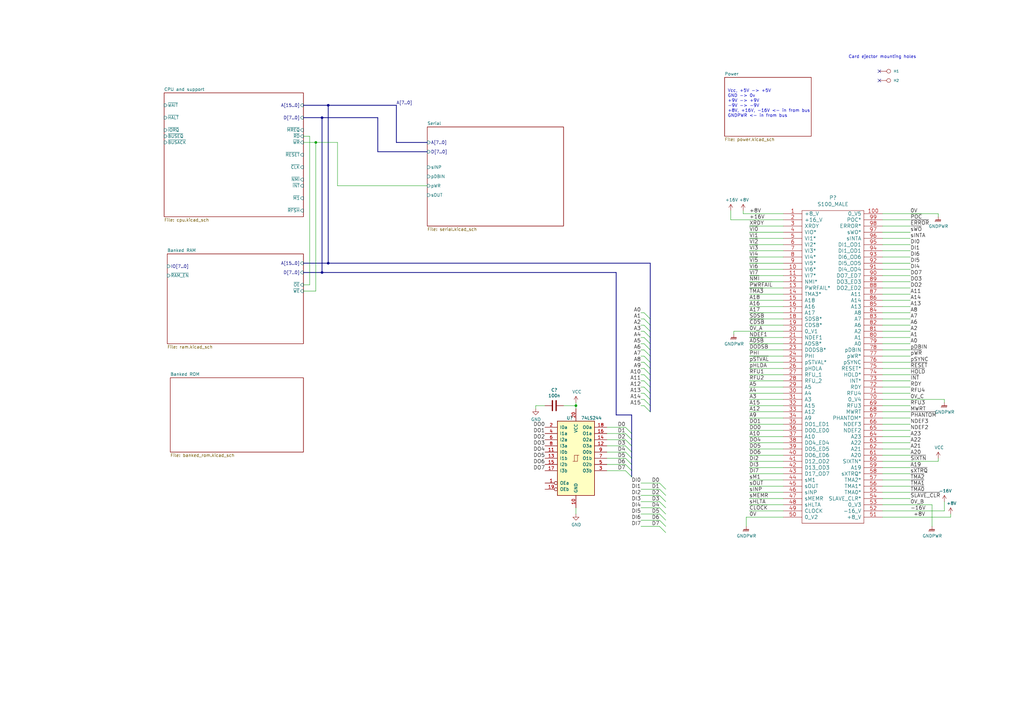
<source format=kicad_sch>
(kicad_sch (version 20211123) (generator eeschema)
  (paper "A3")
  (title_block (title "zara80 CPU board") (date "2022-01-04") (rev "1") (company "notcows"))
  (lib_symbols
    (symbol "74xx:74LS244" (pin_names (offset 1.016))
      (property "Reference" "U" (at -7.62 16.51 0))
      (property "Value" "74LS244" (at -7.62 -16.51 0))
      (symbol "74LS244_1_0"
        (polyline (pts (xy -0.635 -1.27) (xy -0.635 1.27) (xy 0.635 1.27)))
        (polyline (pts (xy -1.27 -1.27) (xy 0.635 -1.27) (xy 0.635 1.27) (xy 1.27 1.27)))
        (pin input inverted (at -12.7 -10.16 0) (length 5.08) (name "OEa") (number "1"))
        (pin power_in line (at 0 -20.32 90) (length 5.08) (name "GND") (number "10"))
        (pin input line (at -12.7 2.54 0) (length 5.08) (name "I0b") (number "11"))
        (pin tri_state line (at 12.7 5.08 180) (length 5.08) (name "O3a") (number "12"))
        (pin input line (at -12.7 0 0) (length 5.08) (name "I1b") (number "13"))
        (pin tri_state line (at 12.7 7.62 180) (length 5.08) (name "O2a") (number "14"))
        (pin input line (at -12.7 -2.54 0) (length 5.08) (name "I2b") (number "15"))
        (pin tri_state line (at 12.7 10.16 180) (length 5.08) (name "O1a") (number "16"))
        (pin input line (at -12.7 -5.08 0) (length 5.08) (name "I3b") (number "17"))
        (pin tri_state line (at 12.7 12.7 180) (length 5.08) (name "O0a") (number "18"))
        (pin input inverted (at -12.7 -12.7 0) (length 5.08) (name "OEb") (number "19"))
        (pin input line (at -12.7 12.7 0) (length 5.08) (name "I0a") (number "2"))
        (pin power_in line (at 0 20.32 270) (length 5.08) (name "VCC") (number "20"))
        (pin tri_state line (at 12.7 -5.08 180) (length 5.08) (name "O3b") (number "3"))
        (pin input line (at -12.7 10.16 0) (length 5.08) (name "I1a") (number "4"))
        (pin tri_state line (at 12.7 -2.54 180) (length 5.08) (name "O2b") (number "5"))
        (pin input line (at -12.7 7.62 0) (length 5.08) (name "I2a") (number "6"))
        (pin tri_state line (at 12.7 0 180) (length 5.08) (name "O1b") (number "7"))
        (pin input line (at -12.7 5.08 0) (length 5.08) (name "I3a") (number "8"))
        (pin tri_state line (at 12.7 2.54 180) (length 5.08) (name "O0b") (number "9"))
      )
      (symbol "74LS244_1_1"
        (rectangle (start -7.62 15.24) (end 7.62 -15.24) (stroke (width 0.254)) (fill (type background)))
      )
    )
    (symbol "Device:C" (pin_numbers hide) (pin_names (offset 0.254))
      (property "Reference" "C" (at 0.635 2.54 0))
      (property "Value" "C" (at 0.635 -2.54 0))
      (symbol "C_0_1"
        (polyline (pts (xy -2.032 -0.762) (xy 2.032 -0.762)) (stroke (width 0.508)))
        (polyline (pts (xy -2.032 0.762) (xy 2.032 0.762)) (stroke (width 0.508)))
      )
      (symbol "C_1_1"
        (pin passive line (at 0 3.81 270) (length 2.794) (name "~") (number "1"))
        (pin passive line (at 0 -3.81 90) (length 2.794) (name "~") (number "2"))
      )
    )
    (symbol "power:+8V" (power) (pin_names (offset 0))
      (property "Value" "+8V" (at 0 3.556 0))
      (symbol "+8V_0_1"
        (polyline (pts (xy -0.762 1.27) (xy 0 2.54)))
        (polyline (pts (xy 0 0) (xy 0 2.54)))
        (polyline (pts (xy 0 2.54) (xy 0.762 1.27)))
      )
      (symbol "+8V_1_1"
        (pin power_in line (at 0 0 90) (length 0) hide (name "+8V") (number "1"))
      )
    )
    (symbol "power:GND" (power) (pin_names (offset 0))
      (property "Value" "GND" (at 0 -3.81 0))
      (symbol "GND_0_1"
        (polyline (pts (xy 0 0) (xy 0 -1.27) (xy 1.27 -1.27) (xy 0 -2.54) (xy -1.27 -1.27) (xy 0 -1.27)))
      )
      (symbol "GND_1_1"
        (pin power_in line (at 0 0 270) (length 0) hide (name "GND") (number "1"))
      )
    )
    (symbol "power:GNDPWR" (power) (pin_names (offset 0))
      (property "Value" "GNDPWR" (at 0 -3.302 0))
      (symbol "GNDPWR_0_1"
        (polyline (pts (xy 0 -1.27) (xy 0 0)))
        (polyline (pts (xy -1.016 -1.27) (xy -1.27 -2.032) (xy -1.27 -2.032)) (stroke (width 0.2032)))
        (polyline (pts (xy -0.508 -1.27) (xy -0.762 -2.032) (xy -0.762 -2.032)) (stroke (width 0.2032)))
        (polyline (pts (xy 0 -1.27) (xy -0.254 -2.032) (xy -0.254 -2.032)) (stroke (width 0.2032)))
        (polyline (pts (xy 0.508 -1.27) (xy 0.254 -2.032) (xy 0.254 -2.032)) (stroke (width 0.2032)))
        (polyline (pts (xy 1.016 -1.27) (xy -1.016 -1.27) (xy -1.016 -1.27)) (stroke (width 0.2032)))
        (polyline (pts (xy 1.016 -1.27) (xy 0.762 -2.032) (xy 0.762 -2.032) (xy 0.762 -2.032)) (stroke (width 0.2032)))
      )
      (symbol "GNDPWR_1_1"
        (pin power_in line (at 0 0 270) (length 0) hide (name "GNDPWR") (number "1"))
      )
    )
    (symbol "power:VCC" (power) (pin_names (offset 0))
      (property "Value" "VCC" (at 0 3.81 0))
      (symbol "VCC_0_1"
        (polyline (pts (xy -0.762 1.27) (xy 0 2.54)))
        (polyline (pts (xy 0 0) (xy 0 2.54)))
        (polyline (pts (xy 0 2.54) (xy 0.762 1.27)))
      )
      (symbol "VCC_1_1"
        (pin power_in line (at 0 0 90) (length 0) hide (name "VCC") (number "1"))
      )
    )
    (symbol "zara80-cpu-rescue:+16V-vw" (power) (pin_names (offset 0))
      (property "Value" "+16V-vw" (at 0 3.556 0))
      (symbol "+16V-vw_0_1"
        (polyline (pts (xy -0.762 1.27) (xy 0 2.54)))
        (polyline (pts (xy 0 0) (xy 0 2.54)))
        (polyline (pts (xy 0 2.54) (xy 0.762 1.27)))
      )
      (symbol "+16V-vw_1_1"
        (pin power_in line (at 0 0 90) (length 0) hide (name "+16V") (number "1"))
      )
    )
    (symbol "zara80-cpu-rescue:-16V-vw" (power) (pin_names (offset 0))
      (property "Value" "-16V-vw" (at 0 3.556 0))
      (symbol "-16V-vw_0_1"
        (polyline (pts (xy -0.762 1.27) (xy 0 2.54)))
        (polyline (pts (xy 0 0) (xy 0 2.54)))
        (polyline (pts (xy 0 2.54) (xy 0.762 1.27)))
      )
      (symbol "-16V-vw_1_1"
        (pin power_in line (at 0 0 90) (length 0) hide (name "-16V") (number "1"))
      )
    )
    (symbol "zara80-cpu-rescue:CONN_1" (pin_numbers hide) (pin_names (offset 0.762) hide)
      (property "Reference" "P" (at 2.032 0 0))
      (symbol "CONN_1_0_1"
        (polyline (pts (xy -0.762 0) (xy -1.27 0)))
        (circle (center 0 0) (radius 0.7874))
      )
      (symbol "CONN_1_1_1"
        (pin passive line (at -3.81 0 0) (length 2.54) (name "1") (number "1"))
      )
    )
    (symbol "zara80-cpu-rescue:S100_MALE-vw" (pin_names (offset 1.016))
      (property "Reference" "P" (at -1.27 64.77 0))
      (property "Value" "S100_MALE-vw" (at 0 -67.31 0))
      (symbol "S100_MALE-vw_0_1"
        (rectangle (start -13.97 63.5) (end 11.43 -64.77))
      )
      (symbol "S100_MALE-vw_1_1"
        (pin power_in line (at -21.59 62.23 0) (length 7.62) (name "+8_V") (number "1"))
        (pin bidirectional line (at -21.59 39.37 0) (length 7.62) (name "VI6*") (number "10"))
        (pin power_in line (at 19.05 62.23 180) (length 7.62) (name "0_V5") (number "100"))
        (pin bidirectional line (at -21.59 36.83 0) (length 7.62) (name "VI7*") (number "11"))
        (pin bidirectional line (at -21.59 34.29 0) (length 7.62) (name "NMI*") (number "12"))
        (pin bidirectional line (at -21.59 31.75 0) (length 7.62) (name "PWRFAIL*") (number "13"))
        (pin bidirectional line (at -21.59 29.21 0) (length 7.62) (name "TMA3*") (number "14"))
        (pin bidirectional line (at -21.59 26.67 0) (length 7.62) (name "A18") (number "15"))
        (pin bidirectional line (at -21.59 24.13 0) (length 7.62) (name "A16") (number "16"))
        (pin bidirectional line (at -21.59 21.59 0) (length 7.62) (name "A17") (number "17"))
        (pin bidirectional line (at -21.59 19.05 0) (length 7.62) (name "SDSB*") (number "18"))
        (pin bidirectional line (at -21.59 16.51 0) (length 7.62) (name "CDSB*") (number "19"))
        (pin power_in line (at -21.59 59.69 0) (length 7.62) (name "+16_V") (number "2"))
        (pin bidirectional line (at -21.59 13.97 0) (length 7.62) (name "0_V1") (number "20"))
        (pin bidirectional line (at -21.59 11.43 0) (length 7.62) (name "NDEF1") (number "21"))
        (pin bidirectional line (at -21.59 8.89 0) (length 7.62) (name "ADSB*") (number "22"))
        (pin bidirectional line (at -21.59 6.35 0) (length 7.62) (name "DODSB*") (number "23"))
        (pin bidirectional line (at -21.59 3.81 0) (length 7.62) (name "PHI") (number "24"))
        (pin bidirectional line (at -21.59 1.27 0) (length 7.62) (name "pSTVAL*") (number "25"))
        (pin bidirectional line (at -21.59 -1.27 0) (length 7.62) (name "pHDLA") (number "26"))
        (pin bidirectional line (at -21.59 -3.81 0) (length 7.62) (name "RFU_1") (number "27"))
        (pin bidirectional line (at -21.59 -6.35 0) (length 7.62) (name "RFU_2") (number "28"))
        (pin bidirectional line (at -21.59 -8.89 0) (length 7.62) (name "A5") (number "29"))
        (pin bidirectional line (at -21.59 57.15 0) (length 7.62) (name "XRDY") (number "3"))
        (pin bidirectional line (at -21.59 -11.43 0) (length 7.62) (name "A4") (number "30"))
        (pin bidirectional line (at -21.59 -13.97 0) (length 7.62) (name "A3") (number "31"))
        (pin bidirectional line (at -21.59 -16.51 0) (length 7.62) (name "A15") (number "32"))
        (pin bidirectional line (at -21.59 -19.05 0) (length 7.62) (name "A12") (number "33"))
        (pin bidirectional line (at -21.59 -21.59 0) (length 7.62) (name "A9") (number "34"))
        (pin bidirectional line (at -21.59 -24.13 0) (length 7.62) (name "DO1_ED1") (number "35"))
        (pin bidirectional line (at -21.59 -26.67 0) (length 7.62) (name "DO0_ED0") (number "36"))
        (pin bidirectional line (at -21.59 -29.21 0) (length 7.62) (name "A10") (number "37"))
        (pin bidirectional line (at -21.59 -31.75 0) (length 7.62) (name "DO4_ED4") (number "38"))
        (pin bidirectional line (at -21.59 -34.29 0) (length 7.62) (name "DO5_ED5") (number "39"))
        (pin bidirectional line (at -21.59 54.61 0) (length 7.62) (name "VIO*") (number "4"))
        (pin bidirectional line (at -21.59 -36.83 0) (length 7.62) (name "DO6_ED6") (number "40"))
        (pin bidirectional line (at -21.59 -39.37 0) (length 7.62) (name "D12_OD2") (number "41"))
        (pin bidirectional line (at -21.59 -41.91 0) (length 7.62) (name "D13_OD3") (number "42"))
        (pin bidirectional line (at -21.59 -44.45 0) (length 7.62) (name "D17_OD7") (number "43"))
        (pin bidirectional line (at -21.59 -46.99 0) (length 7.62) (name "sM1") (number "44"))
        (pin bidirectional line (at -21.59 -49.53 0) (length 7.62) (name "sOUT") (number "45"))
        (pin bidirectional line (at -21.59 -52.07 0) (length 7.62) (name "sINP") (number "46"))
        (pin bidirectional line (at -21.59 -54.61 0) (length 7.62) (name "sMEMR") (number "47"))
        (pin bidirectional line (at -21.59 -57.15 0) (length 7.62) (name "sHLTA") (number "48"))
        (pin bidirectional line (at -21.59 -59.69 0) (length 7.62) (name "CLOCK") (number "49"))
        (pin bidirectional line (at -21.59 52.07 0) (length 7.62) (name "VI1*") (number "5"))
        (pin power_in line (at -21.59 -62.23 0) (length 7.62) (name "0_V2") (number "50"))
        (pin power_in line (at 19.05 -62.23 180) (length 7.62) (name "+8_V") (number "51"))
        (pin power_in line (at 19.05 -59.69 180) (length 7.62) (name "-16_V") (number "52"))
        (pin bidirectional line (at 19.05 -57.15 180) (length 7.62) (name "0_V3") (number "53"))
        (pin bidirectional line (at 19.05 -54.61 180) (length 7.62) (name "SLAVE_CLR*") (number "54"))
        (pin bidirectional line (at 19.05 -52.07 180) (length 7.62) (name "TMA0*") (number "55"))
        (pin bidirectional line (at 19.05 -49.53 180) (length 7.62) (name "TMA1*") (number "56"))
        (pin bidirectional line (at 19.05 -46.99 180) (length 7.62) (name "TMA2*") (number "57"))
        (pin bidirectional line (at 19.05 -44.45 180) (length 7.62) (name "sXTRQ*") (number "58"))
        (pin bidirectional line (at 19.05 -41.91 180) (length 7.62) (name "A19") (number "59"))
        (pin bidirectional line (at -21.59 49.53 0) (length 7.62) (name "VI2*") (number "6"))
        (pin bidirectional line (at 19.05 -39.37 180) (length 7.62) (name "SIXTN*") (number "60"))
        (pin bidirectional line (at 19.05 -36.83 180) (length 7.62) (name "A20") (number "61"))
        (pin bidirectional line (at 19.05 -34.29 180) (length 7.62) (name "A21") (number "62"))
        (pin bidirectional line (at 19.05 -31.75 180) (length 7.62) (name "A22") (number "63"))
        (pin bidirectional line (at 19.05 -29.21 180) (length 7.62) (name "A23") (number "64"))
        (pin bidirectional line (at 19.05 -26.67 180) (length 7.62) (name "NDEF2") (number "65"))
        (pin bidirectional line (at 19.05 -24.13 180) (length 7.62) (name "NDEF3") (number "66"))
        (pin bidirectional line (at 19.05 -21.59 180) (length 7.62) (name "PHANTOM*") (number "67"))
        (pin bidirectional line (at 19.05 -19.05 180) (length 7.62) (name "MWRT") (number "68"))
        (pin bidirectional line (at 19.05 -16.51 180) (length 7.62) (name "RFU3") (number "69"))
        (pin bidirectional line (at -21.59 46.99 0) (length 7.62) (name "VI3*") (number "7"))
        (pin bidirectional line (at 19.05 -13.97 180) (length 7.62) (name "0_V4") (number "70"))
        (pin bidirectional line (at 19.05 -11.43 180) (length 7.62) (name "RFU4") (number "71"))
        (pin bidirectional line (at 19.05 -8.89 180) (length 7.62) (name "RDY") (number "72"))
        (pin bidirectional line (at 19.05 -6.35 180) (length 7.62) (name "INT*") (number "73"))
        (pin bidirectional line (at 19.05 -3.81 180) (length 7.62) (name "HOLD*") (number "74"))
        (pin bidirectional line (at 19.05 -1.27 180) (length 7.62) (name "RESET*") (number "75"))
        (pin bidirectional line (at 19.05 1.27 180) (length 7.62) (name "pSYNC") (number "76"))
        (pin bidirectional line (at 19.05 3.81 180) (length 7.62) (name "pWR*") (number "77"))
        (pin bidirectional line (at 19.05 6.35 180) (length 7.62) (name "pDBIN") (number "78"))
        (pin bidirectional line (at 19.05 8.89 180) (length 7.62) (name "A0") (number "79"))
        (pin bidirectional line (at -21.59 44.45 0) (length 7.62) (name "VI4*") (number "8"))
        (pin bidirectional line (at 19.05 11.43 180) (length 7.62) (name "A1") (number "80"))
        (pin bidirectional line (at 19.05 13.97 180) (length 7.62) (name "A2") (number "81"))
        (pin bidirectional line (at 19.05 16.51 180) (length 7.62) (name "A6") (number "82"))
        (pin bidirectional line (at 19.05 19.05 180) (length 7.62) (name "A7") (number "83"))
        (pin bidirectional line (at 19.05 21.59 180) (length 7.62) (name "A8") (number "84"))
        (pin bidirectional line (at 19.05 24.13 180) (length 7.62) (name "A13") (number "85"))
        (pin bidirectional line (at 19.05 26.67 180) (length 7.62) (name "A14") (number "86"))
        (pin bidirectional line (at 19.05 29.21 180) (length 7.62) (name "A11") (number "87"))
        (pin bidirectional line (at 19.05 31.75 180) (length 7.62) (name "DO2_ED2") (number "88"))
        (pin bidirectional line (at 19.05 34.29 180) (length 7.62) (name "DO3_ED3") (number "89"))
        (pin bidirectional line (at -21.59 41.91 0) (length 7.62) (name "VI5*") (number "9"))
        (pin bidirectional line (at 19.05 36.83 180) (length 7.62) (name "DO7_ED7") (number "90"))
        (pin bidirectional line (at 19.05 39.37 180) (length 7.62) (name "DI4_OD4") (number "91"))
        (pin bidirectional line (at 19.05 41.91 180) (length 7.62) (name "DI5_OD5") (number "92"))
        (pin bidirectional line (at 19.05 44.45 180) (length 7.62) (name "DI6_OD6") (number "93"))
        (pin bidirectional line (at 19.05 46.99 180) (length 7.62) (name "DI1_OD1") (number "94"))
        (pin bidirectional line (at 19.05 49.53 180) (length 7.62) (name "DI1_OD1") (number "95"))
        (pin bidirectional line (at 19.05 52.07 180) (length 7.62) (name "sINTA") (number "96"))
        (pin bidirectional line (at 19.05 54.61 180) (length 7.62) (name "sWO*") (number "97"))
        (pin bidirectional line (at 19.05 57.15 180) (length 7.62) (name "ERROR*") (number "98"))
        (pin bidirectional line (at 19.05 59.69 180) (length 7.62) (name "POC*") (number "99"))
      )
    )
  )
  (junction (at 129.54 58.42))
  (junction (at 134.62 107.95))
  (junction (at 132.08 48.26))
  (junction (at 236.22 166.37))
  (junction (at 134.62 43.18))
  (junction (at 132.08 111.76))
  (no_connect (at 360.68 29.21))
  (no_connect (at 360.68 33.02))
  (bus_entry (at 270.51 215.9) (size 2.54 2.54))
  (bus_entry (at 270.51 198.12) (size 2.54 2.54))
  (bus_entry (at 256.54 193.04) (size 2.54 2.54))
  (bus_entry (at 256.54 187.96) (size 2.54 2.54))
  (bus_entry (at 270.51 200.66) (size 2.54 2.54))
  (bus_entry (at 264.16 161.29) (size 2.54 2.54))
  (bus_entry (at 264.16 138.43) (size 2.54 2.54))
  (bus_entry (at 256.54 190.5) (size 2.54 2.54))
  (bus_entry (at 264.16 163.83) (size 2.54 2.54))
  (bus_entry (at 264.16 135.89) (size 2.54 2.54))
  (bus_entry (at 264.16 148.59) (size 2.54 2.54))
  (bus_entry (at 264.16 133.35) (size 2.54 2.54))
  (bus_entry (at 256.54 180.34) (size 2.54 2.54))
  (bus_entry (at 270.51 205.74) (size 2.54 2.54))
  (bus_entry (at 264.16 146.05) (size 2.54 2.54))
  (bus_entry (at 256.54 182.88) (size 2.54 2.54))
  (bus_entry (at 264.16 128.27) (size 2.54 2.54))
  (bus_entry (at 264.16 156.21) (size 2.54 2.54))
  (bus_entry (at 264.16 151.13) (size 2.54 2.54))
  (bus_entry (at 264.16 130.81) (size 2.54 2.54))
  (bus_entry (at 264.16 140.97) (size 2.54 2.54))
  (bus_entry (at 270.51 210.82) (size 2.54 2.54))
  (bus_entry (at 264.16 158.75) (size 2.54 2.54))
  (bus_entry (at 256.54 185.42) (size 2.54 2.54))
  (bus_entry (at 264.16 153.67) (size 2.54 2.54))
  (bus_entry (at 256.54 177.8) (size 2.54 2.54))
  (bus_entry (at 270.51 208.28) (size 2.54 2.54))
  (bus_entry (at 256.54 175.26) (size 2.54 2.54))
  (bus_entry (at 264.16 166.37) (size 2.54 2.54))
  (bus_entry (at 270.51 213.36) (size 2.54 2.54))
  (bus_entry (at 264.16 143.51) (size 2.54 2.54))
  (bus_entry (at 270.51 203.2) (size 2.54 2.54))
  (wire (pts (xy 248.92 185.42) (xy 256.54 185.42)))
  (bus (pts (xy 266.7 140.97) (xy 266.7 143.51)))
  (wire (pts (xy 373.38 191.77) (xy 361.95 191.77)))
  (wire (pts (xy 373.38 173.99) (xy 361.95 173.99)))
  (wire (pts (xy 262.89 210.82) (xy 270.51 210.82)))
  (wire (pts (xy 262.89 203.2) (xy 270.51 203.2)))
  (wire (pts (xy 373.38 156.21) (xy 361.95 156.21)))
  (wire (pts (xy 262.89 135.89) (xy 264.16 135.89)))
  (wire (pts (xy 307.34 140.97) (xy 321.31 140.97)))
  (wire (pts (xy 262.89 133.35) (xy 264.16 133.35)))
  (wire (pts (xy 262.89 208.28) (xy 270.51 208.28)))
  (wire (pts (xy 373.38 143.51) (xy 361.95 143.51)))
  (wire (pts (xy 248.92 190.5) (xy 256.54 190.5)))
  (wire (pts (xy 373.38 133.35) (xy 361.95 133.35)))
  (wire (pts (xy 262.89 146.05) (xy 264.16 146.05)))
  (wire (pts (xy 373.38 125.73) (xy 361.95 125.73)))
  (wire (pts (xy 262.89 161.29) (xy 264.16 161.29)))
  (wire (pts (xy 304.8 87.63) (xy 321.31 87.63)))
  (bus (pts (xy 266.7 148.59) (xy 266.7 151.13)))
  (wire (pts (xy 248.92 175.26) (xy 256.54 175.26)))
  (bus (pts (xy 266.7 146.05) (xy 266.7 148.59)))
  (wire (pts (xy 307.34 179.07) (xy 321.31 179.07)))
  (wire (pts (xy 307.34 120.65) (xy 321.31 120.65)))
  (wire (pts (xy 307.34 97.79) (xy 321.31 97.79)))
  (wire (pts (xy 307.34 146.05) (xy 321.31 146.05)))
  (bus (pts (xy 266.7 107.95) (xy 134.62 107.95)))
  (bus (pts (xy 134.62 43.18) (xy 124.46 43.18)))
  (wire (pts (xy 124.46 58.42) (xy 129.54 58.42)))
  (wire (pts (xy 262.89 140.97) (xy 264.16 140.97)))
  (bus (pts (xy 259.08 193.04) (xy 259.08 195.58)))
  (bus (pts (xy 266.7 161.29) (xy 266.7 163.83)))
  (wire (pts (xy 387.35 165.1) (xy 387.35 163.83)))
  (wire (pts (xy 306.07 215.9) (xy 306.07 212.09)))
  (bus (pts (xy 266.7 135.89) (xy 266.7 138.43)))
  (bus (pts (xy 266.7 130.81) (xy 266.7 133.35)))
  (bus (pts (xy 259.08 180.34) (xy 259.08 182.88)))
  (bus (pts (xy 252.73 111.76) (xy 132.08 111.76)))
  (wire (pts (xy 373.38 138.43) (xy 361.95 138.43)))
  (wire (pts (xy 373.38 148.59) (xy 361.95 148.59)))
  (bus (pts (xy 266.7 158.75) (xy 266.7 161.29)))
  (wire (pts (xy 307.34 133.35) (xy 321.31 133.35)))
  (wire (pts (xy 262.89 213.36) (xy 270.51 213.36)))
  (wire (pts (xy 307.34 95.25) (xy 321.31 95.25)))
  (wire (pts (xy 373.38 102.87) (xy 361.95 102.87)))
  (wire (pts (xy 262.89 148.59) (xy 264.16 148.59)))
  (wire (pts (xy 373.38 92.71) (xy 361.95 92.71)))
  (wire (pts (xy 307.34 176.53) (xy 321.31 176.53)))
  (wire (pts (xy 373.38 194.31) (xy 361.95 194.31)))
  (wire (pts (xy 307.34 138.43) (xy 321.31 138.43)))
  (wire (pts (xy 307.34 143.51) (xy 321.31 143.51)))
  (wire (pts (xy 382.27 207.01) (xy 361.95 207.01)))
  (wire (pts (xy 248.92 177.8) (xy 256.54 177.8)))
  (wire (pts (xy 389.89 212.09) (xy 361.95 212.09)))
  (wire (pts (xy 307.34 102.87) (xy 321.31 102.87)))
  (wire (pts (xy 373.38 135.89) (xy 361.95 135.89)))
  (wire (pts (xy 307.34 105.41) (xy 321.31 105.41)))
  (wire (pts (xy 373.38 90.17) (xy 361.95 90.17)))
  (wire (pts (xy 382.27 207.01) (xy 382.27 215.9)))
  (wire (pts (xy 262.89 205.74) (xy 270.51 205.74)))
  (wire (pts (xy 307.34 204.47) (xy 321.31 204.47)))
  (wire (pts (xy 307.34 194.31) (xy 321.31 194.31)))
  (wire (pts (xy 373.38 166.37) (xy 361.95 166.37)))
  (wire (pts (xy 264.16 128.27) (xy 262.89 128.27)))
  (wire (pts (xy 248.92 180.34) (xy 256.54 180.34)))
  (wire (pts (xy 262.89 215.9) (xy 270.51 215.9)))
  (wire (pts (xy 373.38 179.07) (xy 361.95 179.07)))
  (bus (pts (xy 154.94 62.23) (xy 175.26 62.23)))
  (wire (pts (xy 127 55.88) (xy 127 116.84)))
  (wire (pts (xy 262.89 200.66) (xy 270.51 200.66)))
  (wire (pts (xy 262.89 156.21) (xy 264.16 156.21)))
  (bus (pts (xy 266.7 156.21) (xy 266.7 158.75)))
  (wire (pts (xy 307.34 151.13) (xy 321.31 151.13)))
  (wire (pts (xy 262.89 153.67) (xy 264.16 153.67)))
  (wire (pts (xy 307.34 115.57) (xy 321.31 115.57)))
  (wire (pts (xy 373.38 130.81) (xy 361.95 130.81)))
  (wire (pts (xy 307.34 113.03) (xy 321.31 113.03)))
  (wire (pts (xy 262.89 143.51) (xy 264.16 143.51)))
  (bus (pts (xy 162.56 43.18) (xy 162.56 58.42)))
  (bus (pts (xy 134.62 107.95) (xy 134.62 43.18)))
  (wire (pts (xy 231.14 166.37) (xy 236.22 166.37)))
  (wire (pts (xy 389.89 210.82) (xy 389.89 212.09)))
  (wire (pts (xy 387.35 209.55) (xy 361.95 209.55)))
  (wire (pts (xy 307.34 199.39) (xy 321.31 199.39)))
  (wire (pts (xy 307.34 173.99) (xy 321.31 173.99)))
  (wire (pts (xy 307.34 168.91) (xy 321.31 168.91)))
  (bus (pts (xy 134.62 43.18) (xy 162.56 43.18)))
  (wire (pts (xy 307.34 92.71) (xy 321.31 92.71)))
  (wire (pts (xy 373.38 100.33) (xy 361.95 100.33)))
  (wire (pts (xy 373.38 107.95) (xy 361.95 107.95)))
  (wire (pts (xy 124.46 55.88) (xy 127 55.88)))
  (wire (pts (xy 373.38 176.53) (xy 361.95 176.53)))
  (wire (pts (xy 138.43 58.42) (xy 129.54 58.42)))
  (bus (pts (xy 154.94 48.26) (xy 154.94 62.23)))
  (wire (pts (xy 307.34 118.11) (xy 321.31 118.11)))
  (wire (pts (xy 373.38 118.11) (xy 361.95 118.11)))
  (wire (pts (xy 307.34 209.55) (xy 321.31 209.55)))
  (wire (pts (xy 300.99 135.89) (xy 321.31 135.89)))
  (wire (pts (xy 373.38 181.61) (xy 361.95 181.61)))
  (wire (pts (xy 129.54 119.38) (xy 124.46 119.38)))
  (wire (pts (xy 373.38 168.91) (xy 361.95 168.91)))
  (wire (pts (xy 373.38 161.29) (xy 361.95 161.29)))
  (wire (pts (xy 307.34 166.37) (xy 321.31 166.37)))
  (bus (pts (xy 259.08 185.42) (xy 259.08 187.96)))
  (wire (pts (xy 307.34 128.27) (xy 321.31 128.27)))
  (wire (pts (xy 307.34 186.69) (xy 321.31 186.69)))
  (wire (pts (xy 373.38 153.67) (xy 361.95 153.67)))
  (wire (pts (xy 307.34 125.73) (xy 321.31 125.73)))
  (wire (pts (xy 299.72 90.17) (xy 321.31 90.17)))
  (wire (pts (xy 127 116.84) (xy 124.46 116.84)))
  (wire (pts (xy 307.34 156.21) (xy 321.31 156.21)))
  (wire (pts (xy 236.22 210.82) (xy 236.22 208.28)))
  (wire (pts (xy 373.38 184.15) (xy 361.95 184.15)))
  (bus (pts (xy 266.7 153.67) (xy 266.7 156.21)))
  (wire (pts (xy 138.43 76.2) (xy 138.43 58.42)))
  (wire (pts (xy 307.34 161.29) (xy 321.31 161.29)))
  (bus (pts (xy 124.46 107.95) (xy 134.62 107.95)))
  (wire (pts (xy 361.95 189.23) (xy 384.81 189.23)))
  (wire (pts (xy 307.34 153.67) (xy 321.31 153.67)))
  (wire (pts (xy 373.38 171.45) (xy 361.95 171.45)))
  (wire (pts (xy 373.38 123.19) (xy 361.95 123.19)))
  (bus (pts (xy 266.7 133.35) (xy 266.7 135.89)))
  (wire (pts (xy 262.89 158.75) (xy 264.16 158.75)))
  (wire (pts (xy 175.26 76.2) (xy 138.43 76.2)))
  (bus (pts (xy 162.56 58.42) (xy 175.26 58.42)))
  (wire (pts (xy 236.22 165.1) (xy 236.22 166.37)))
  (wire (pts (xy 373.38 113.03) (xy 361.95 113.03)))
  (bus (pts (xy 132.08 48.26) (xy 132.08 111.76)))
  (wire (pts (xy 262.89 166.37) (xy 264.16 166.37)))
  (wire (pts (xy 373.38 201.93) (xy 361.95 201.93)))
  (wire (pts (xy 307.34 158.75) (xy 321.31 158.75)))
  (wire (pts (xy 307.34 110.49) (xy 321.31 110.49)))
  (wire (pts (xy 373.38 140.97) (xy 361.95 140.97)))
  (bus (pts (xy 259.08 187.96) (xy 259.08 190.5)))
  (wire (pts (xy 299.72 86.36) (xy 299.72 90.17)))
  (wire (pts (xy 373.38 110.49) (xy 361.95 110.49)))
  (wire (pts (xy 307.34 207.01) (xy 321.31 207.01)))
  (bus (pts (xy 266.7 138.43) (xy 266.7 140.97)))
  (wire (pts (xy 304.8 86.36) (xy 304.8 87.63)))
  (wire (pts (xy 373.38 115.57) (xy 361.95 115.57)))
  (wire (pts (xy 373.38 120.65) (xy 361.95 120.65)))
  (wire (pts (xy 307.34 130.81) (xy 321.31 130.81)))
  (bus (pts (xy 124.46 48.26) (xy 132.08 48.26)))
  (wire (pts (xy 373.38 186.69) (xy 361.95 186.69)))
  (wire (pts (xy 373.38 204.47) (xy 361.95 204.47)))
  (wire (pts (xy 384.81 189.23) (xy 384.81 187.96)))
  (wire (pts (xy 373.38 151.13) (xy 361.95 151.13)))
  (wire (pts (xy 387.35 163.83) (xy 361.95 163.83)))
  (wire (pts (xy 307.34 184.15) (xy 321.31 184.15)))
  (bus (pts (xy 259.08 170.18) (xy 252.73 170.18)))
  (bus (pts (xy 266.7 107.95) (xy 266.7 130.81)))
  (wire (pts (xy 307.34 100.33) (xy 321.31 100.33)))
  (wire (pts (xy 384.81 87.63) (xy 384.81 88.9)))
  (wire (pts (xy 307.34 189.23) (xy 321.31 189.23)))
  (wire (pts (xy 307.34 107.95) (xy 321.31 107.95)))
  (wire (pts (xy 236.22 166.37) (xy 236.22 167.64)))
  (wire (pts (xy 306.07 212.09) (xy 321.31 212.09)))
  (wire (pts (xy 262.89 198.12) (xy 270.51 198.12)))
  (wire (pts (xy 248.92 193.04) (xy 256.54 193.04)))
  (wire (pts (xy 307.34 201.93) (xy 321.31 201.93)))
  (wire (pts (xy 307.34 148.59) (xy 321.31 148.59)))
  (wire (pts (xy 262.89 138.43) (xy 264.16 138.43)))
  (wire (pts (xy 373.38 97.79) (xy 361.95 97.79)))
  (bus (pts (xy 259.08 190.5) (xy 259.08 193.04)))
  (bus (pts (xy 266.7 163.83) (xy 266.7 166.37)))
  (wire (pts (xy 373.38 105.41) (xy 361.95 105.41)))
  (wire (pts (xy 248.92 187.96) (xy 256.54 187.96)))
  (wire (pts (xy 307.34 196.85) (xy 321.31 196.85)))
  (wire (pts (xy 387.35 205.74) (xy 387.35 209.55)))
  (wire (pts (xy 307.34 191.77) (xy 321.31 191.77)))
  (wire (pts (xy 248.92 182.88) (xy 256.54 182.88)))
  (wire (pts (xy 373.38 158.75) (xy 361.95 158.75)))
  (wire (pts (xy 307.34 171.45) (xy 321.31 171.45)))
  (wire (pts (xy 373.38 196.85) (xy 361.95 196.85)))
  (bus (pts (xy 259.08 177.8) (xy 259.08 180.34)))
  (wire (pts (xy 262.89 163.83) (xy 264.16 163.83)))
  (wire (pts (xy 129.54 58.42) (xy 129.54 119.38)))
  (wire (pts (xy 300.99 137.16) (xy 300.99 135.89)))
  (wire (pts (xy 262.89 151.13) (xy 264.16 151.13)))
  (wire (pts (xy 307.34 123.19) (xy 321.31 123.19)))
  (bus (pts (xy 266.7 143.51) (xy 266.7 146.05)))
  (wire (pts (xy 373.38 128.27) (xy 361.95 128.27)))
  (wire (pts (xy 373.38 199.39) (xy 361.95 199.39)))
  (bus (pts (xy 132.08 111.76) (xy 124.46 111.76)))
  (bus (pts (xy 259.08 182.88) (xy 259.08 185.42)))
  (wire (pts (xy 219.71 166.37) (xy 223.52 166.37)))
  (wire (pts (xy 373.38 95.25) (xy 361.95 95.25)))
  (wire (pts (xy 307.34 163.83) (xy 321.31 163.83)))
  (wire (pts (xy 384.81 87.63) (xy 361.95 87.63)))
  (wire (pts (xy 219.71 167.64) (xy 219.71 166.37)))
  (bus (pts (xy 252.73 170.18) (xy 252.73 111.76)))
  (bus (pts (xy 266.7 151.13) (xy 266.7 153.67)))
  (wire (pts (xy 262.89 130.81) (xy 264.16 130.81)))
  (bus (pts (xy 266.7 166.37) (xy 266.7 168.91)))
  (wire (pts (xy 321.31 181.61) (xy 307.34 181.61)))
  (bus (pts (xy 259.08 170.18) (xy 259.08 177.8)))
  (bus (pts (xy 132.08 48.26) (xy 154.94 48.26)))
  (wire (pts (xy 373.38 146.05) (xy 361.95 146.05)))
  (text "Vcc, +5V -> +5V\nGND -> 0v\n+9V -> +9V\n-9V -> -9V\n+8V, +16V, -16V <- in from bus\nGNDPWR <- in from bus" (at 298.45 48.26 0) (effects (font (size 1.27 1.27)) (justify left bottom)))
  (text "Card ejector mounting holes" (at 347.98 24.13 0) (effects (font (size 1.27 1.27)) (justify left bottom)))
  (label "~{DODSB}" (at 307.34 143.51 0) (effects (font (size 1.524 1.524))))
  (label "~{CLOCK}" (at 307.34 209.55 0) (effects (font (size 1.524 1.524))))
  (label "DO7" (at 223.52 193.04 180) (effects (font (size 1.524 1.524))))
  (label "A6" (at 262.89 143.51 180) (effects (font (size 1.524 1.524))))
  (label "A15" (at 307.34 166.37 0) (effects (font (size 1.524 1.524))))
  (label "DI0" (at 373.38 100.33 0) (effects (font (size 1.524 1.524))))
  (label "sHLTA" (at 307.34 207.01 0) (effects (font (size 1.524 1.524))))
  (label "D3" (at 270.51 205.74 180) (effects (font (size 1.524 1.524))))
  (label "A2" (at 373.38 135.89 0) (effects (font (size 1.524 1.524))))
  (label "A11" (at 373.38 120.65 0) (effects (font (size 1.524 1.524))))
  (label "pDBIN" (at 373.38 143.51 0) (effects (font (size 1.524 1.524))))
  (label "~{SLAVE_CLR}" (at 373.38 204.47 0) (effects (font (size 1.524 1.524))))
  (label "~{VI6}" (at 307.34 110.49 0) (effects (font (size 1.524 1.524))))
  (label "~{PWRFAIL}" (at 307.34 118.11 0) (effects (font (size 1.524 1.524))))
  (label "A7" (at 373.38 130.81 0) (effects (font (size 1.524 1.524))))
  (label "DI0" (at 262.89 198.12 180) (effects (font (size 1.524 1.524))))
  (label "DI6" (at 262.89 213.36 180) (effects (font (size 1.524 1.524))))
  (label "A13" (at 262.89 161.29 180) (effects (font (size 1.524 1.524))))
  (label "A6" (at 373.38 133.35 0) (effects (font (size 1.524 1.524))))
  (label "D0" (at 270.51 198.12 180) (effects (font (size 1.524 1.524))))
  (label "DO6" (at 223.52 190.5 180) (effects (font (size 1.524 1.524))))
  (label "A0" (at 262.89 128.27 180) (effects (font (size 1.524 1.524))))
  (label "A8" (at 262.89 148.59 180) (effects (font (size 1.524 1.524))))
  (label "DO1" (at 223.52 177.8 180) (effects (font (size 1.524 1.524))))
  (label "~{TMA2}" (at 373.38 196.85 0) (effects (font (size 1.524 1.524))))
  (label "A11" (at 262.89 156.21 180) (effects (font (size 1.524 1.524))))
  (label "D3" (at 256.54 182.88 180) (effects (font (size 1.524 1.524))))
  (label "+8V" (at 307.34 87.63 0) (effects (font (size 1.524 1.524))))
  (label "NDEF3" (at 373.38 173.99 0) (effects (font (size 1.524 1.524))))
  (label "DO7" (at 373.38 113.03 0) (effects (font (size 1.524 1.524))))
  (label "A15" (at 262.89 166.37 180) (effects (font (size 1.524 1.524))))
  (label "~{pWR}" (at 373.38 146.05 0) (effects (font (size 1.524 1.524))))
  (label "DI4" (at 262.89 208.28 180) (effects (font (size 1.524 1.524))))
  (label "RFU4" (at 373.38 161.29 0) (effects (font (size 1.524 1.524))))
  (label "NDEF2" (at 373.38 176.53 0) (effects (font (size 1.524 1.524))))
  (label "D5" (at 270.51 210.82 180) (effects (font (size 1.524 1.524))))
  (label "A20" (at 373.38 186.69 0) (effects (font (size 1.524 1.524))))
  (label "D4" (at 270.51 208.28 180) (effects (font (size 1.524 1.524))))
  (label "sINTA" (at 373.38 97.79 0) (effects (font (size 1.524 1.524))))
  (label "A21" (at 373.38 184.15 0) (effects (font (size 1.524 1.524))))
  (label "A8" (at 373.38 128.27 0) (effects (font (size 1.524 1.524))))
  (label "A1" (at 373.38 138.43 0) (effects (font (size 1.524 1.524))))
  (label "-16V" (at 373.38 209.55 0) (effects (font (size 1.524 1.524))))
  (label "D2" (at 270.51 203.2 180) (effects (font (size 1.524 1.524))))
  (label "RFU1" (at 307.34 153.67 0) (effects (font (size 1.524 1.524))))
  (label "D1" (at 270.51 200.66 180) (effects (font (size 1.524 1.524))))
  (label "~{HOLD}" (at 373.38 153.67 0) (effects (font (size 1.524 1.524))))
  (label "A4" (at 262.89 138.43 180) (effects (font (size 1.524 1.524))))
  (label "~{RESET}" (at 373.38 151.13 0) (effects (font (size 1.524 1.524))))
  (label "D7" (at 256.54 193.04 180) (effects (font (size 1.524 1.524))))
  (label "D5" (at 256.54 187.96 180) (effects (font (size 1.524 1.524))))
  (label "DI2" (at 307.34 189.23 0) (effects (font (size 1.524 1.524))))
  (label "D6" (at 256.54 190.5 180) (effects (font (size 1.524 1.524))))
  (label "DI5" (at 262.89 210.82 180) (effects (font (size 1.524 1.524))))
  (label "A10" (at 262.89 153.67 180) (effects (font (size 1.524 1.524))))
  (label "~{VI7}" (at 307.34 113.03 0) (effects (font (size 1.524 1.524))))
  (label "~{NMI}" (at 307.34 115.57 0) (effects (font (size 1.524 1.524))))
  (label "+8V" (at 374.65 212.09 0) (effects (font (size 1.524 1.524))))
  (label "D7" (at 270.51 215.9 180) (effects (font (size 1.524 1.524))))
  (label "~{VI2}" (at 307.34 100.33 0) (effects (font (size 1.524 1.524))))
  (label "~{VI0}" (at 307.34 95.25 0) (effects (font (size 1.524 1.524))))
  (label "A22" (at 373.38 181.61 0) (effects (font (size 1.524 1.524))))
  (label "DI4" (at 373.38 110.49 0) (effects (font (size 1.524 1.524))))
  (label "NDEF1" (at 307.34 138.43 0) (effects (font (size 1.524 1.524))))
  (label "sMEMR" (at 307.34 204.47 0) (effects (font (size 1.524 1.524))))
  (label "~{VI3}" (at 307.34 102.87 0) (effects (font (size 1.524 1.524))))
  (label "DO3" (at 373.38 115.57 0) (effects (font (size 1.524 1.524))))
  (label "DO1" (at 307.34 173.99 0) (effects (font (size 1.524 1.524))))
  (label "DO0" (at 223.52 175.26 180) (effects (font (size 1.524 1.524))))
  (label "0V_B" (at 373.38 207.01 0) (effects (font (size 1.524 1.524))))
  (label "A14" (at 373.38 123.19 0) (effects (font (size 1.524 1.524))))
  (label "~{PHANTOM}" (at 373.38 171.45 0) (effects (font (size 1.524 1.524))))
  (label "~{ADSB}" (at 307.34 140.97 0) (effects (font (size 1.524 1.524))))
  (label "~{TMA3}" (at 307.34 120.65 0) (effects (font (size 1.524 1.524))))
  (label "0V" (at 307.34 212.09 0) (effects (font (size 1.524 1.524))))
  (label "DO4" (at 307.34 181.61 0) (effects (font (size 1.524 1.524))))
  (label "DO0" (at 307.34 176.53 0) (effects (font (size 1.524 1.524))))
  (label "sM1" (at 307.34 196.85 0) (effects (font (size 1.524 1.524))))
  (label "A12" (at 262.89 158.75 180) (effects (font (size 1.524 1.524))))
  (label "A4" (at 307.34 161.29 0) (effects (font (size 1.524 1.524))))
  (label "~{pSTVAL}" (at 307.34 148.59 0) (effects (font (size 1.524 1.524))))
  (label "D1" (at 256.54 177.8 180) (effects (font (size 1.524 1.524))))
  (label "A16" (at 307.34 125.73 0) (effects (font (size 1.524 1.524))))
  (label "DI7" (at 262.89 215.9 180) (effects (font (size 1.524 1.524))))
  (label "A18" (at 307.34 123.19 0) (effects (font (size 1.524 1.524))))
  (label "+16V" (at 307.34 90.17 0) (effects (font (size 1.524 1.524))))
  (label "~{ERROR}" (at 373.38 92.71 0) (effects (font (size 1.524 1.524))))
  (label "DI7" (at 307.34 194.31 0) (effects (font (size 1.524 1.524))))
  (label "A1" (at 262.89 130.81 180) (effects (font (size 1.524 1.524))))
  (label "A14" (at 262.89 163.83 180) (effects (font (size 1.524 1.524))))
  (label "D4" (at 256.54 185.42 180) (effects (font (size 1.524 1.524))))
  (label "~{TMA0}" (at 373.38 201.93 0) (effects (font (size 1.524 1.524))))
  (label "pSYNC" (at 373.38 148.59 0) (effects (font (size 1.524 1.524))))
  (label "DI6" (at 373.38 105.41 0) (effects (font (size 1.524 1.524))))
  (label "A9" (at 307.34 171.45 0) (effects (font (size 1.524 1.524))))
  (label "0V_C" (at 373.38 163.83 0) (effects (font (size 1.524 1.524))))
  (label "DO3" (at 223.52 182.88 180) (effects (font (size 1.524 1.524))))
  (label "DO2" (at 223.52 180.34 180) (effects (font (size 1.524 1.524))))
  (label "DI3" (at 262.89 205.74 180) (effects (font (size 1.524 1.524))))
  (label "PHI" (at 307.34 146.05 0) (effects (font (size 1.524 1.524))))
  (label "XRDY" (at 307.34 92.71 0) (effects (font (size 1.524 1.524))))
  (label "A19" (at 373.38 191.77 0) (effects (font (size 1.524 1.524))))
  (label "DI1" (at 262.89 200.66 180) (effects (font (size 1.524 1.524))))
  (label "D2" (at 256.54 180.34 180) (effects (font (size 1.524 1.524))))
  (label "DO5" (at 223.52 187.96 180) (effects (font (size 1.524 1.524))))
  (label "A[7..0]" (at 162.56 43.18 0))
  (label "~{SDSB}" (at 307.34 130.81 0) (effects (font (size 1.524 1.524))))
  (label "A0" (at 373.38 140.97 0) (effects (font (size 1.524 1.524))))
  (label "DO2" (at 373.38 118.11 0) (effects (font (size 1.524 1.524))))
  (label "A9" (at 262.89 151.13 180) (effects (font (size 1.524 1.524))))
  (label "A2" (at 262.89 133.35 180) (effects (font (size 1.524 1.524))))
  (label "~{sXTRQ}" (at 373.38 194.31 0) (effects (font (size 1.524 1.524))))
  (label "~{POC}" (at 373.38 90.17 0) (effects (font (size 1.524 1.524))))
  (label "A7" (at 262.89 146.05 180) (effects (font (size 1.524 1.524))))
  (label "D6" (at 270.51 213.36 180) (effects (font (size 1.524 1.524))))
  (label "~{VI5}" (at 307.34 107.95 0) (effects (font (size 1.524 1.524))))
  (label "pHLDA" (at 307.34 151.13 0) (effects (font (size 1.524 1.524))))
  (label "sOUT" (at 307.34 199.39 0) (effects (font (size 1.524 1.524))))
  (label "~{CDSB}" (at 307.34 133.35 0) (effects (font (size 1.524 1.524))))
  (label "DO5" (at 307.34 184.15 0) (effects (font (size 1.524 1.524))))
  (label "DI2" (at 262.89 203.2 180) (effects (font (size 1.524 1.524))))
  (label "~{sWO}" (at 373.38 95.25 0) (effects (font (size 1.524 1.524))))
  (label "A3" (at 262.89 135.89 180) (effects (font (size 1.524 1.524))))
  (label "~{INT}" (at 373.38 156.21 0) (effects (font (size 1.524 1.524))))
  (label "D0" (at 256.54 175.26 180) (effects (font (size 1.524 1.524))))
  (label "~{TMA1}" (at 373.38 199.39 0) (effects (font (size 1.524 1.524))))
  (label "0V_A" (at 307.34 135.89 0) (effects (font (size 1.524 1.524))))
  (label "0V" (at 373.38 87.63 0) (effects (font (size 1.524 1.524))))
  (label "DO4" (at 223.52 185.42 180) (effects (font (size 1.524 1.524))))
  (label "RDY" (at 373.38 158.75 0) (effects (font (size 1.524 1.524))))
  (label "DI3" (at 307.34 191.77 0) (effects (font (size 1.524 1.524))))
  (label "DO6" (at 307.34 186.69 0) (effects (font (size 1.524 1.524))))
  (label "A12" (at 307.34 168.91 0) (effects (font (size 1.524 1.524))))
  (label "sINP" (at 307.34 201.93 0) (effects (font (size 1.524 1.524))))
  (label "A13" (at 373.38 125.73 0) (effects (font (size 1.524 1.524))))
  (label "DI1" (at 373.38 102.87 0) (effects (font (size 1.524 1.524))))
  (label "RFU2" (at 307.34 156.21 0) (effects (font (size 1.524 1.524))))
  (label "A5" (at 262.89 140.97 180) (effects (font (size 1.524 1.524))))
  (label "A5" (at 307.34 158.75 0) (effects (font (size 1.524 1.524))))
  (label "A3" (at 307.34 163.83 0) (effects (font (size 1.524 1.524))))
  (label "A23" (at 373.38 179.07 0) (effects (font (size 1.524 1.524))))
  (label "MWRT" (at 373.38 168.91 0) (effects (font (size 1.524 1.524))))
  (label "A10" (at 307.34 179.07 0) (effects (font (size 1.524 1.524))))
  (label "A17" (at 307.34 128.27 0) (effects (font (size 1.524 1.524))))
  (label "RFU3" (at 373.38 166.37 0) (effects (font (size 1.524 1.524))))
  (label "~{VI4}" (at 307.34 105.41 0) (effects (font (size 1.524 1.524))))
  (label "~{VI1}" (at 307.34 97.79 0) (effects (font (size 1.524 1.524))))
  (label "DI5" (at 373.38 107.95 0) (effects (font (size 1.524 1.524))))
  (label "~{SIXTN}" (at 373.38 189.23 0) (effects (font (size 1.524 1.524))))
  (symbol (lib_id "zara80-cpu-rescue:CONN_1") (at 364.49 29.21 0) (unit 1)
    (property "Reference" "H1" (at 366.522 29.21 0) (effects (font (size 1.016 1.016)) (justify left)))
    (property "Value" "Ejector" (effects hide))
    (property "Footprint" "mals-library-pcb:s100-ejector" (effects hide))
  )
  (symbol (lib_id "zara80-cpu-rescue:CONN_1") (at 364.49 33.02 0) (unit 1)
    (property "Reference" "H2" (at 366.522 33.02 0) (effects (font (size 1.016 1.016)) (justify left)))
    (property "Value" "Ejector" (effects hide))
    (property "Footprint" "mals-library-pcb:s100-ejector" (effects hide))
  )
  (symbol (lib_id "power:+8V") (at 304.8 86.36 0) (unit 1)
    (property "Reference" "#PWR?" (effects hide))
    (property "Value" "+8V" (at 305.181 81.9658 0))
  )
  (symbol (lib_id "zara80-cpu-rescue:+16V-vw") (at 299.72 86.36 0) (unit 1)
    (property "Reference" "#PWR?" (effects hide))
    (property "Value" "+16V" (at 300.101 81.9658 0))
  )
  (symbol (lib_id "power:+8V") (at 389.89 210.82 0) (unit 1)
    (property "Reference" "#PWR?" (effects hide))
    (property "Value" "+8V" (at 390.271 206.4258 0))
  )
  (symbol (lib_id "zara80-cpu-rescue:-16V-vw") (at 387.35 205.74 0) (unit 1)
    (property "Reference" "#PWR?" (effects hide))
    (property "Value" "-16V" (at 387.731 201.3458 0))
  )
  (symbol (lib_id "power:GNDPWR") (at 306.07 215.9 0) (unit 1)
    (property "Reference" "#PWR?" (effects hide))
    (property "Value" "GNDPWR" (at 306.1716 219.8116 0))
  )
  (symbol (lib_id "zara80-cpu-rescue:S100_MALE-vw") (at 342.9 149.86 0) (unit 1)
    (property "Reference" "P?" (at 341.63 81.0768 0) (effects (font (size 1.524 1.524))))
    (property "Value" "S100_MALE" (at 341.63 83.7692 0) (effects (font (size 1.524 1.524))))
  )
  (symbol (lib_id "power:GNDPWR") (at 300.99 137.16 0) (unit 1)
    (property "Reference" "#PWR?" (effects hide))
    (property "Value" "GNDPWR" (at 301.0916 141.0716 0))
  )
  (symbol (lib_id "power:GNDPWR") (at 387.35 165.1 0) (unit 1)
    (property "Reference" "#PWR?" (effects hide))
    (property "Value" "GNDPWR" (at 387.4516 169.0116 0))
  )
  (symbol (lib_id "power:GNDPWR") (at 384.81 88.9 0) (unit 1)
    (property "Reference" "#PWR?" (effects hide))
    (property "Value" "GNDPWR" (at 384.9116 92.8116 0))
  )
  (symbol (lib_id "power:GNDPWR") (at 382.27 215.9 0) (unit 1)
    (property "Reference" "#PWR?" (effects hide))
    (property "Value" "GNDPWR" (at 382.3716 219.8116 0))
  )
  (symbol (lib_id "74xx:74LS244") (at 236.22 187.96 0)
    (property "Reference" "U?" (at 233.68 171.45 0))
    (property "Value" "74LS244" (at 242.57 171.45 0))
    (property "Datasheet" "http://www.ti.com/lit/ds/symlink/sn74ls244.pdf" (effects hide))
  )
  (symbol (lib_id "power:GND") (at 236.22 210.82 0) (unit 1)
    (property "Reference" "#PWR?" (effects hide))
    (property "Value" "GND" (at 236.347 215.2142 0))
  )
  (symbol (lib_id "power:VCC") (at 236.22 165.1 0) (unit 1)
    (property "Reference" "#PWR?" (effects hide))
    (property "Value" "VCC" (at 236.601 160.7058 0))
  )
  (symbol (lib_id "power:GND") (at 219.71 167.64 0) (unit 1)
    (property "Reference" "#PWR?" (effects hide))
    (property "Value" "GND" (at 219.837 172.0342 0))
  )
  (symbol (lib_id "Device:C") (at 227.33 166.37 90) (unit 1)
    (property "Reference" "C?" (at 227.33 159.9692 90))
    (property "Value" "100n" (at 227.33 162.2806 90))
  )
  (symbol (lib_id "power:VCC") (at 384.81 187.96 0) (unit 1)
    (property "Reference" "#PWR?" (effects hide))
    (property "Value" "VCC" (at 385.191 183.5658 0))
  )
  (sheet (at 67.31 38.1) (size 57.15 50.8)
    (property "Sheet name" "CPU and support" (at 67.31 37.3884 0) (effects (justify left bottom)))
    (property "Sheet file" "cpu.kicad_sch" (at 67.31 89.4846 0) (effects (justify left top)))
    (pin "A[15..0]" input (at 124.46 43.18 0))
    (pin "D[7..0]" input (at 124.46 48.26 0))
    (pin "~{MREQ}" input (at 124.46 53.34 0))
    (pin "~{RD}" input (at 124.46 55.88 0))
    (pin "~{WR}" input (at 124.46 58.42 0))
    (pin "~{RESET}" input (at 124.46 63.5 0))
    (pin "~{CLK}" input (at 124.46 68.58 0))
    (pin "~{NMI}" input (at 124.46 73.66 0))
    (pin "~{INT}" input (at 124.46 76.2 0))
    (pin "~{M1}" input (at 124.46 81.28 0))
    (pin "~{RFSH}" input (at 124.46 86.36 0))
    (pin "~{WAIT}" input (at 67.31 43.18 180))
    (pin "~{HALT}" input (at 67.31 48.26 180))
    (pin "~{IORQ}" input (at 67.31 53.34 180))
    (pin "~{BUSEQ}" input (at 67.31 55.88 180))
    (pin "~{BUSACK}" input (at 67.31 58.42 180))
  )
  (sheet (at 175.26 52.07) (size 55.88 40.64)
    (property "Sheet name" "Serial" (at 175.26 51.3584 0) (effects (justify left bottom)))
    (property "Sheet file" "serial.kicad_sch" (at 175.26 93.2946 0) (effects (justify left top)))
    (pin "A[7..0]" input (at 175.26 58.42 180))
    (pin "D[7..0]" input (at 175.26 62.23 180))
    (pin "sINP" input (at 175.26 68.58 180))
    (pin "pDBIN" input (at 175.26 72.39 180))
    (pin "pWR" input (at 175.26 76.2 180))
    (pin "sOUT" input (at 175.26 80.01 180))
  )
  (sheet (at 68.58 104.14) (size 55.88 36.83)
    (property "Sheet name" "Banked RAM" (at 68.58 103.4284 0) (effects (justify left bottom)))
    (property "Sheet file" "ram.kicad_sch" (at 68.58 141.5546 0) (effects (justify left top)))
    (pin "D[7..0]" input (at 124.46 111.76 0))
    (pin "~{WE}" input (at 124.46 119.38 0))
    (pin "~{OE}" input (at 124.46 116.84 0))
    (pin "A[15..0]" input (at 124.46 107.95 0))
    (pin "~{RAM_EN}" input (at 68.58 113.03 180))
    (pin "IO[7..0]" input (at 68.58 109.22 180))
  )
  (sheet (at 297.18 31.75) (size 35.56 24.13)
    (property "Sheet name" "Power" (at 297.18 31.0384 0) (effects (justify left bottom)))
    (property "Sheet file" "power.kicad_sch" (at 297.18 56.4646 0) (effects (justify left top)))
  )
  (sheet (at 69.85 154.94) (size 54.61 30.48)
    (property "Sheet name" "Banked ROM" (at 69.85 154.2284 0) (effects (justify left bottom)))
    (property "Sheet file" "banked_rom.kicad_sch" (at 69.85 186.0046 0) (effects (justify left top)))
  )
)
</source>
